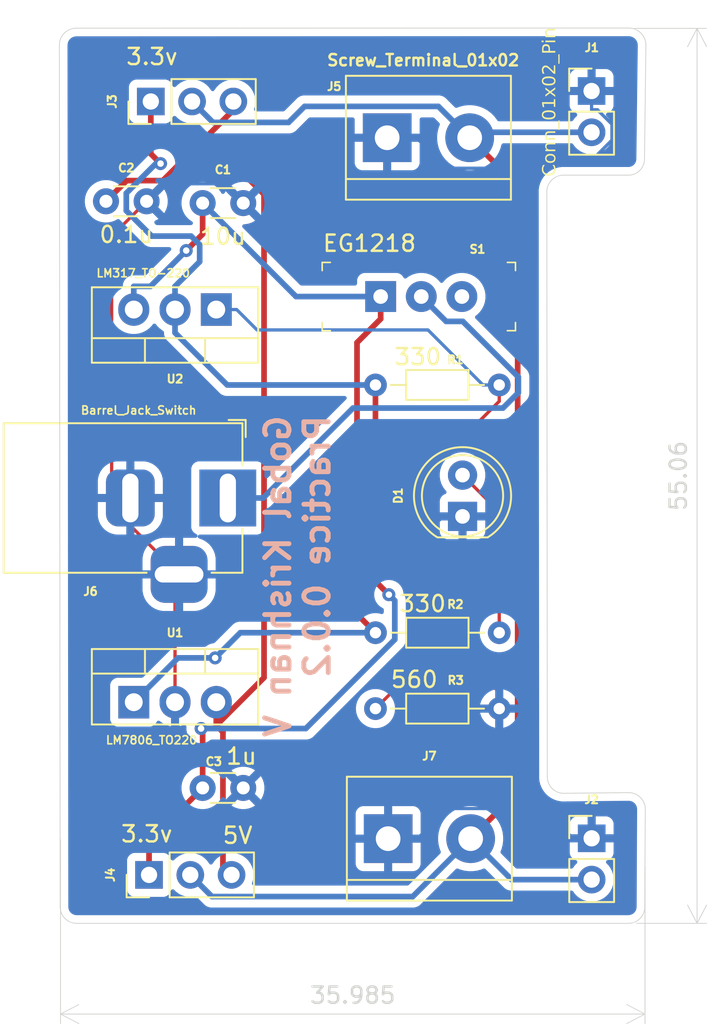
<source format=kicad_pcb>
(kicad_pcb (version 20241229) (generator "pcbnew") (generator_version "9.0")
  (title_block (title "POWER_SUPPLY_BB") (date "2025-04-24") (rev "0.0.2") (company "Gobal Krishnan V"))
  (layers (0 "F.Cu" signal) (2 "B.Cu" signal) (13 "F.Paste" user) (15 "B.Paste" user) (5 "F.SilkS" user "F.Silkscreen") (7 "B.SilkS" user "B.Silkscreen") (1 "F.Mask" user) (3 "B.Mask" user) (25 "Edge.Cuts" user))
  (net 0 "")
  (net 1 "/12V")
  (net 2 "GND")
  (net 3 "/5V")
  (net 4 "/3.3v")
  (net 5 "Net-(D1-A)")
  (net 6 "/PWR_output")
  (net 7 "/PWR_input")
  (net 8 "Net-(U2-ADJ)")
  (footprint "Package_TO_SOT_THT:TO-220-3_Vertical" (layer "F.Cu") (at 126.62 108.25 180)
    (property "Reference" "U2" (at 2.54 -4.27 0) (layer "F.SilkS") (effects (font (size 0.5 0.5))))
    (property "Value" "LM317_TO-220" (at 4.5 2.24 0) (layer "F.SilkS") (effects (font (size 0.5 0.5) (thickness 0.1) (bold yes))))
    (fp_line (start 7.66 -3.27) (end 7.66 1.371) (stroke (width 0.12)) (layer "F.SilkS"))
    (fp_line (start 4.391 -3.27) (end 4.391 -1.76) (stroke (width 0.12)) (layer "F.SilkS"))
    (fp_line (start 0.69 -3.27) (end 0.69 -1.76) (stroke (width 0.12)) (layer "F.SilkS"))
    (fp_line (start -2.58 1.371) (end 7.66 1.371) (stroke (width 0.12)) (layer "F.SilkS"))
    (fp_line (start -2.58 -1.76) (end 7.66 -1.76) (stroke (width 0.12)) (layer "F.SilkS"))
    (fp_line (start -2.58 -3.27) (end 7.66 -3.27) (stroke (width 0.12)) (layer "F.SilkS"))
    (fp_line (start -2.58 -3.27) (end -2.58 1.371) (stroke (width 0.12)) (layer "F.SilkS"))
    (pad "1" thru_hole rect (at 0 0 180) (size 1.905 2) (drill 1.1) (layers "*.Cu" "*.Mask") (net 8 "Net-(U2-ADJ)"))
    (pad "2" thru_hole oval (at 2.54 0 180) (size 1.905 2) (drill 1.1) (layers "*.Cu" "*.Mask") (net 4 "/3.3v"))
    (pad "3" thru_hole oval (at 5.08 0 180) (size 1.905 2) (drill 1.1) (layers "*.Cu" "*.Mask") (net 1 "/12V"))
  )
  (footprint "Connector_PinHeader_2.54mm:PinHeader_1x02_P2.54mm_Vertical" (layer "F.Cu") (at 149.725 94.805)
    (property "Reference" "J1" (at 0.015 -2.665 0) (layer "F.SilkS") (effects (font (size 0.5 0.5))))
    (property "Value" "Conn_01x02_Pin" (at -2.565 0.675 270) (layer "F.SilkS") (effects (font (size 0.8 0.8) (thickness 0.1))))
    (fp_line (start -1.38 -1.38) (end 0 -1.38) (stroke (width 0.12)) (layer "F.SilkS"))
    (fp_line (start -1.38 0) (end -1.38 -1.38) (stroke (width 0.12)) (layer "F.SilkS"))
    (fp_line (start -1.38 1.27) (end -1.38 3.92) (stroke (width 0.12)) (layer "F.SilkS"))
    (fp_line (start -1.38 1.27) (end 1.38 1.27) (stroke (width 0.12)) (layer "F.SilkS"))
    (fp_line (start -1.38 3.92) (end 1.38 3.92) (stroke (width 0.12)) (layer "F.SilkS"))
    (fp_line (start 1.38 1.27) (end 1.38 3.92) (stroke (width 0.12)) (layer "F.SilkS"))
    (pad "1" thru_hole rect (at 0 0) (size 1.7 1.7) (drill 1) (layers "*.Cu" "*.Mask") (net 2 "GND"))
    (pad "2" thru_hole circle (at 0 2.54) (size 1.7 1.7) (drill 1) (layers "*.Cu" "*.Mask") (net 6 "/PWR_output"))
  )
  (footprint "Resistor_THT:R_Axial_DIN0204_L3.6mm_D1.6mm_P7.62mm_Horizontal" (layer "F.Cu") (at 136.42 132.8)
    (property "Reference" "R3" (at 4.94 -1.74 0) (layer "F.SilkS") (effects (font (size 0.5 0.5))))
    (property "Value" "560" (at 2.39 -1.79 0) (layer "F.SilkS"))
    (fp_line (start 0.94 0) (end 1.89 0) (stroke (width 0.12)) (layer "F.SilkS"))
    (fp_line (start 1.89 -0.92) (end 1.89 0.92) (stroke (width 0.12)) (layer "F.SilkS"))
    (fp_line (start 1.89 0.92) (end 5.73 0.92) (stroke (width 0.12)) (layer "F.SilkS"))
    (fp_line (start 5.73 -0.92) (end 1.89 -0.92) (stroke (width 0.12)) (layer "F.SilkS"))
    (fp_line (start 5.73 0.92) (end 5.73 -0.92) (stroke (width 0.12)) (layer "F.SilkS"))
    (fp_line (start 6.68 0) (end 5.73 0) (stroke (width 0.12)) (layer "F.SilkS"))
    (pad "1" thru_hole circle (at 0 0) (size 1.4 1.4) (drill 0.7) (layers "*.Cu" "*.Mask") (net 8 "Net-(U2-ADJ)"))
    (pad "2" thru_hole oval (at 7.62 0) (size 1.4 1.4) (drill 0.7) (layers "*.Cu" "*.Mask") (net 2 "GND"))
  )
  (footprint "Connector_PinHeader_2.54mm:PinHeader_1x03_P2.54mm_Vertical" (layer "F.Cu") (at 122.48 143.03 90)
    (property "Reference" "J4" (at 0 -2.38 90) (layer "F.SilkS") (effects (font (size 0.5 0.5))))
    (property "Value" "Conn_01x03_Pin")
    (fp_line (start -1.38 -1.38) (end 0 -1.38) (stroke (width 0.12)) (layer "F.SilkS"))
    (fp_line (start -1.38 0) (end -1.38 -1.38) (stroke (width 0.12)) (layer "F.SilkS"))
    (fp_line (start 1.38 1.27) (end 1.38 6.46) (stroke (width 0.12)) (layer "F.SilkS"))
    (fp_line (start -1.38 1.27) (end 1.38 1.27) (stroke (width 0.12)) (layer "F.SilkS"))
    (fp_line (start -1.38 1.27) (end -1.38 6.46) (stroke (width 0.12)) (layer "F.SilkS"))
    (fp_line (start -1.38 6.46) (end 1.38 6.46) (stroke (width 0.12)) (layer "F.SilkS"))
    (pad "1" thru_hole rect (at 0 0 90) (size 1.7 1.7) (drill 1) (layers "*.Cu" "*.Mask") (net 4 "/3.3v"))
    (pad "2" thru_hole circle (at 0 2.54 90) (size 1.7 1.7) (drill 1) (layers "*.Cu" "*.Mask") (net 6 "/PWR_output"))
    (pad "3" thru_hole circle (at 0 5.08 90) (size 1.7 1.7) (drill 1) (layers "*.Cu" "*.Mask") (net 3 "/5V"))
  )
  (footprint "Resistor_THT:R_Axial_DIN0204_L3.6mm_D1.6mm_P7.62mm_Horizontal" (layer "F.Cu") (at 136.42 128.13)
    (property "Reference" "R2" (at 4.92 -1.74 0) (layer "F.SilkS") (effects (font (size 0.5 0.5))))
    (property "Value" "330" (at 2.9 -1.78 0) (layer "F.SilkS"))
    (fp_line (start 0.94 0) (end 1.89 0) (stroke (width 0.12)) (layer "F.SilkS"))
    (fp_line (start 1.89 -0.92) (end 1.89 0.92) (stroke (width 0.12)) (layer "F.SilkS"))
    (fp_line (start 1.89 0.92) (end 5.73 0.92) (stroke (width 0.12)) (layer "F.SilkS"))
    (fp_line (start 5.73 -0.92) (end 1.89 -0.92) (stroke (width 0.12)) (layer "F.SilkS"))
    (fp_line (start 5.73 0.92) (end 5.73 -0.92) (stroke (width 0.12)) (layer "F.SilkS"))
    (fp_line (start 6.68 0) (end 5.73 0) (stroke (width 0.12)) (layer "F.SilkS"))
    (pad "1" thru_hole circle (at 0 0) (size 1.4 1.4) (drill 0.7) (layers "*.Cu" "*.Mask") (net 1 "/12V"))
    (pad "2" thru_hole oval (at 7.62 0) (size 1.4 1.4) (drill 0.7) (layers "*.Cu" "*.Mask") (net 5 "Net-(D1-A)"))
  )
  (footprint "Capacitor_THT:C_Disc_D3.0mm_W1.6mm_P2.50mm" (layer "F.Cu") (at 125.78 137.68)
    (property "Reference" "C3" (at 0.69 -1.62 0) (layer "F.SilkS") (effects (font (size 0.5 0.5))))
    (property "Value" "1u" (at 2.39 -1.95 0) (layer "F.SilkS"))
    (fp_line (start 0.485 -0.92) (end 2.015 -0.92) (stroke (width 0.12)) (layer "F.SilkS"))
    (fp_line (start 0.485 0.92) (end 2.015 0.92) (stroke (width 0.12)) (layer "F.SilkS"))
    (pad "1" thru_hole circle (at 0 0) (size 1.6 1.6) (drill 0.8) (layers "*.Cu" "*.Mask") (net 4 "/3.3v"))
    (pad "2" thru_hole circle (at 2.5 0) (size 1.6 1.6) (drill 0.8) (layers "*.Cu" "*.Mask") (net 2 "GND"))
  )
  (footprint "TerminalBlock:TerminalBlock_bornier-2_P5.08mm" (layer "F.Cu") (at 137.2 140.8)
    (property "Reference" "J7" (at 2.54 -5.08 0) (layer "F.SilkS") (effects (font (size 0.5 0.5))))
    (property "Value" "Screw_Terminal_01x02")
    (fp_line (start -2.54 -3.81) (end -2.54 3.81) (stroke (width 0.12)) (layer "F.SilkS"))
    (fp_line (start -2.54 3.81) (end 7.62 3.81) (stroke (width 0.12)) (layer "F.SilkS"))
    (fp_line (start 7.62 -3.81) (end -2.54 -3.81) (stroke (width 0.12)) (layer "F.SilkS"))
    (fp_line (start 7.62 2.54) (end -2.54 2.54) (stroke (width 0.12)) (layer "F.SilkS"))
    (fp_line (start 7.62 3.81) (end 7.62 -3.81) (stroke (width 0.12)) (layer "F.SilkS"))
    (pad "1" thru_hole rect (at 0 0) (size 3 3) (drill 1.52) (layers "*.Cu" "*.Mask") (net 2 "GND"))
    (pad "2" thru_hole circle (at 5.08 0) (size 3 3) (drill 1.52) (layers "*.Cu" "*.Mask") (net 6 "/PWR_output"))
  )
  (footprint "TerminalBlock:TerminalBlock_bornier-2_P5.08mm" (layer "F.Cu") (at 137.14 97.68)
    (property "Reference" "J5" (at -3.26 -3.15 0) (layer "F.SilkS") (effects (font (size 0.5 0.5))))
    (property "Value" "Screw_Terminal_01x02" (at 2.22 -4.77 180) (layer "F.SilkS") (effects (font (size 0.7 0.7))))
    (fp_line (start -2.54 -3.81) (end -2.54 3.81) (stroke (width 0.12)) (layer "F.SilkS"))
    (fp_line (start -2.54 3.81) (end 7.62 3.81) (stroke (width 0.12)) (layer "F.SilkS"))
    (fp_line (start 7.62 -3.81) (end -2.54 -3.81) (stroke (width 0.12)) (layer "F.SilkS"))
    (fp_line (start 7.62 2.54) (end -2.54 2.54) (stroke (width 0.12)) (layer "F.SilkS"))
    (fp_line (start 7.62 3.81) (end 7.62 -3.81) (stroke (width 0.12)) (layer "F.SilkS"))
    (pad "1" thru_hole rect (at 0 0) (size 3 3) (drill 1.52) (layers "*.Cu" "*.Mask") (net 2 "GND"))
    (pad "2" thru_hole circle (at 5.08 0) (size 3 3) (drill 1.52) (layers "*.Cu" "*.Mask") (net 6 "/PWR_output"))
  )
  (footprint "Capacitor_THT:C_Disc_D3.0mm_W1.6mm_P2.50mm" (layer "F.Cu") (at 125.78 101.7)
    (property "Reference" "C1" (at 1.25 -2.05 0) (layer "F.SilkS") (effects (font (size 0.5 0.5))))
    (property "Value" "10u" (at 1.25 2.05 0) (layer "F.SilkS"))
    (fp_line (start 0.485 -0.92) (end 2.015 -0.92) (stroke (width 0.12)) (layer "F.SilkS"))
    (fp_line (start 0.485 0.92) (end 2.015 0.92) (stroke (width 0.12)) (layer "F.SilkS"))
    (pad "1" thru_hole circle (at 0 0) (size 1.6 1.6) (drill 0.8) (layers "*.Cu" "*.Mask") (net 1 "/12V"))
    (pad "2" thru_hole circle (at 2.5 0) (size 1.6 1.6) (drill 0.8) (layers "*.Cu" "*.Mask") (net 2 "GND"))
  )
  (footprint "Package_TO_SOT_THT:TO-220-3_Vertical" (layer "F.Cu") (at 121.54 132.405)
    (property "Reference" "U1" (at 2.54 -4.27 0) (layer "F.SilkS") (effects (font (size 0.5 0.5))))
    (property "Value" "LM7806_TO220" (at 1.09 2.335 0) (layer "F.SilkS") (effects (font (size 0.5 0.5) (thickness 0.1) (bold yes))))
    (fp_line (start -2.58 -3.27) (end -2.58 1.371) (stroke (width 0.12)) (layer "F.SilkS"))
    (fp_line (start -2.58 -3.27) (end 7.66 -3.27) (stroke (width 0.12)) (layer "F.SilkS"))
    (fp_line (start -2.58 -1.76) (end 7.66 -1.76) (stroke (width 0.12)) (layer "F.SilkS"))
    (fp_line (start -2.58 1.371) (end 7.66 1.371) (stroke (width 0.12)) (layer "F.SilkS"))
    (fp_line (start 0.69 -3.27) (end 0.69 -1.76) (stroke (width 0.12)) (layer "F.SilkS"))
    (fp_line (start 4.391 -3.27) (end 4.391 -1.76) (stroke (width 0.12)) (layer "F.SilkS"))
    (fp_line (start 7.66 -3.27) (end 7.66 1.371) (stroke (width 0.12)) (layer "F.SilkS"))
    (pad "1" thru_hole rect (at 0 0) (size 1.905 2) (drill 1.1) (layers "*.Cu" "*.Mask") (net 1 "/12V"))
    (pad "2" thru_hole oval (at 2.54 0) (size 1.905 2) (drill 1.1) (layers "*.Cu" "*.Mask") (net 2 "GND"))
    (pad "3" thru_hole oval (at 5.08 0) (size 1.905 2) (drill 1.1) (layers "*.Cu" "*.Mask") (net 3 "/5V"))
  )
  (footprint "Connector_PinHeader_2.54mm:PinHeader_1x03_P2.54mm_Vertical" (layer "F.Cu") (at 122.59 95.45 90)
    (property "Reference" "J3" (at 0 -2.38 90) (layer "F.SilkS") (effects (font (size 0.5 0.5))))
    (property "Value" "Conn_01x03_Pin")
    (fp_line (start -1.38 -1.38) (end 0 -1.38) (stroke (width 0.12)) (layer "F.SilkS"))
    (fp_line (start -1.38 0) (end -1.38 -1.38) (stroke (width 0.12)) (layer "F.SilkS"))
    (fp_line (start 1.38 1.27) (end 1.38 6.46) (stroke (width 0.12)) (layer "F.SilkS"))
    (fp_line (start -1.38 1.27) (end 1.38 1.27) (stroke (width 0.12)) (layer "F.SilkS"))
    (fp_line (start -1.38 1.27) (end -1.38 6.46) (stroke (width 0.12)) (layer "F.SilkS"))
    (fp_line (start -1.38 6.46) (end 1.38 6.46) (stroke (width 0.12)) (layer "F.SilkS"))
    (pad "1" thru_hole rect (at 0 0 90) (size 1.7 1.7) (drill 1) (layers "*.Cu" "*.Mask") (net 4 "/3.3v"))
    (pad "2" thru_hole circle (at 0 2.54 90) (size 1.7 1.7) (drill 1) (layers "*.Cu" "*.Mask") (net 6 "/PWR_output"))
    (pad "3" thru_hole circle (at 0 5.08 90) (size 1.7 1.7) (drill 1) (layers "*.Cu" "*.Mask") (net 3 "/5V"))
  )
  (footprint "LED_THT:LED_D5.0mm" (layer "F.Cu") (at 141.78 120.975 90)
    (property "Reference" "D1" (at 1.27 -3.96 90) (layer "F.SilkS") (effects (font (size 0.5 0.5))))
    (property "Value" "LED")
    (fp_line (start -1.29 -1.545) (end -1.29 1.545) (stroke (width 0.12)) (layer "F.SilkS"))
    (fp_arc (start -1.29 -1.54483) (mid 2.071756 -2.880501) (end 4.26 -0.000048) (stroke (width 0.12)) (layer "F.SilkS"))
    (fp_arc (start 4.26 0.000048) (mid 2.071756 2.880501) (end -1.29 1.54483) (stroke (width 0.12)) (layer "F.SilkS"))
    (fp_circle (center 1.27 0) (end 3.77 0) (stroke (width 0.12)) (fill no) (layer "F.SilkS"))
    (pad "1" thru_hole rect (at 0 0 90) (size 1.8 1.8) (drill 0.9) (layers "*.Cu" "*.Mask") (net 2 "GND"))
    (pad "2" thru_hole circle (at 2.54 0 90) (size 1.8 1.8) (drill 0.9) (layers "*.Cu" "*.Mask") (net 5 "Net-(D1-A)"))
  )
  (footprint "digikey-footprints:Switch_Slide_11.6x4mm_EG1218" (layer "F.Cu") (at 136.74 107.45)
    (property "Reference" "S1" (at 5.96 -2.91 0) (layer "F.SilkS") (effects (font (size 0.5 0.5))))
    (property "Value" "EG1218" (at -0.69 -3.27 0) (layer "F.SilkS"))
    (fp_line (start -3.6 -2.1) (end -3.6 -1.6) (stroke (width 0.1)) (layer "F.SilkS"))
    (fp_line (start -3.6 -2.1) (end -3.1 -2.1) (stroke (width 0.1)) (layer "F.SilkS"))
    (fp_line (start -3.6 2.1) (end -3.6 1.6) (stroke (width 0.1)) (layer "F.SilkS"))
    (fp_line (start -3.6 2.1) (end -3.1 2.1) (stroke (width 0.1)) (layer "F.SilkS"))
    (fp_line (start 8.3 -2.1) (end 7.8 -2.1) (stroke (width 0.1)) (layer "F.SilkS"))
    (fp_line (start 8.3 -2.1) (end 8.3 -1.6) (stroke (width 0.1)) (layer "F.SilkS"))
    (fp_line (start 8.3 2.1) (end 7.8 2.1) (stroke (width 0.1)) (layer "F.SilkS"))
    (fp_line (start 8.3 2.1) (end 8.3 1.6) (stroke (width 0.1)) (layer "F.SilkS"))
    (pad "1" thru_hole rect (at 0 0) (size 1.9 1.9) (drill 0.9) (layers "*.Cu" "*.Mask") (net 1 "/12V"))
    (pad "2" thru_hole circle (at 2.5 0) (size 1.9 1.9) (drill 0.9) (layers "*.Cu" "*.Mask") (net 7 "/PWR_input"))
    (pad "3" thru_hole circle (at 5 0) (size 1.9 1.9) (drill 0.9) (layers "*.Cu" "*.Mask"))
  )
  (footprint "Capacitor_THT:C_Disc_D3.0mm_W1.6mm_P2.50mm" (layer "F.Cu") (at 119.83 101.59)
    (property "Reference" "C2" (at 1.25 -2.05 0) (layer "F.SilkS") (effects (font (size 0.5 0.5))))
    (property "Value" "0.1u" (at 1.25 2.05 0) (layer "F.SilkS"))
    (fp_line (start 0.485 -0.92) (end 2.015 -0.92) (stroke (width 0.12)) (layer "F.SilkS"))
    (fp_line (start 0.485 0.92) (end 2.015 0.92) (stroke (width 0.12)) (layer "F.SilkS"))
    (pad "1" thru_hole circle (at 0 0) (size 1.6 1.6) (drill 0.8) (layers "*.Cu" "*.Mask") (net 3 "/5V"))
    (pad "2" thru_hole circle (at 2.5 0) (size 1.6 1.6) (drill 0.8) (layers "*.Cu" "*.Mask") (net 2 "GND"))
  )
  (footprint "Connector_BarrelJack:BarrelJack_Horizontal" (layer "F.Cu") (at 127.33 119.8425)
    (property "Reference" "J6" (at -8.45 5.75 0) (layer "F.SilkS") (effects (font (size 0.5 0.5))))
    (property "Value" "Barrel_Jack_Switch" (at -5.49 -5.3925 0) (layer "F.SilkS") (effects (font (size 0.5 0.5) (thickness 0.1) (bold yes))))
    (fp_line (start -13.8 -4.6) (end 0.9 -4.6) (stroke (width 0.12)) (layer "F.SilkS"))
    (fp_line (start -13.8 4.6) (end -13.8 -4.6) (stroke (width 0.12)) (layer "F.SilkS"))
    (fp_line (start -5 4.6) (end -13.8 4.6) (stroke (width 0.12)) (layer "F.SilkS"))
    (fp_line (start 0.05 -4.8) (end 1.1 -4.8) (stroke (width 0.12)) (layer "F.SilkS"))
    (fp_line (start 0.9 -4.6) (end 0.9 -2) (stroke (width 0.12)) (layer "F.SilkS"))
    (fp_line (start 0.9 1.9) (end 0.9 4.6) (stroke (width 0.12)) (layer "F.SilkS"))
    (fp_line (start 0.9 4.6) (end -1 4.6) (stroke (width 0.12)) (layer "F.SilkS"))
    (fp_line (start 1.1 -3.75) (end 1.1 -4.8) (stroke (width 0.12)) (layer "F.SilkS"))
    (pad "1" thru_hole rect (at 0 0) (size 3.5 3.5) (drill oval 1 3) (layers "*.Cu" "*.Mask") (net 7 "/PWR_input"))
    (pad "2" thru_hole roundrect (at -6 0) (size 3 3.5) (drill oval 1 3) (layers "*.Cu" "*.Mask") (net 2 "GND"))
    (pad "3" thru_hole roundrect (at -3 4.7) (size 3.5 3.5) (drill oval 3 1) (layers "*.Cu" "*.Mask") (net 2 "GND"))
  )
  (footprint "Connector_PinHeader_2.54mm:PinHeader_1x02_P2.54mm_Vertical" (layer "F.Cu") (at 149.73 140.78)
    (property "Reference" "J2" (at 0 -2.38 0) (layer "F.SilkS") (effects (font (size 0.5 0.5))))
    (property "Value" "Conn_01x02_Pin")
    (fp_line (start -1.38 -1.38) (end 0 -1.38) (stroke (width 0.12)) (layer "F.SilkS"))
    (fp_line (start -1.38 0) (end -1.38 -1.38) (stroke (width 0.12)) (layer "F.SilkS"))
    (fp_line (start -1.38 1.27) (end -1.38 3.92) (stroke (width 0.12)) (layer "F.SilkS"))
    (fp_line (start -1.38 1.27) (end 1.38 1.27) (stroke (width 0.12)) (layer "F.SilkS"))
    (fp_line (start -1.38 3.92) (end 1.38 3.92) (stroke (width 0.12)) (layer "F.SilkS"))
    (fp_line (start 1.38 1.27) (end 1.38 3.92) (stroke (width 0.12)) (layer "F.SilkS"))
    (pad "1" thru_hole rect (at 0 0) (size 1.7 1.7) (drill 1) (layers "*.Cu" "*.Mask") (net 2 "GND"))
    (pad "2" thru_hole circle (at 0 2.54) (size 1.7 1.7) (drill 1) (layers "*.Cu" "*.Mask") (net 6 "/PWR_output"))
  )
  (footprint "Resistor_THT:R_Axial_DIN0204_L3.6mm_D1.6mm_P7.62mm_Horizontal" (layer "F.Cu") (at 136.42 112.89)
    (property "Reference" "R1" (at 4.92 -1.55 0) (layer "F.SilkS") (effects (font (size 0.5 0.5))))
    (property "Value" "330" (at 2.61 -1.73 0) (layer "F.SilkS"))
    (fp_line (start 0.94 0) (end 1.89 0) (stroke (width 0.12)) (layer "F.SilkS"))
    (fp_line (start 1.89 -0.92) (end 1.89 0.92) (stroke (width 0.12)) (layer "F.SilkS"))
    (fp_line (start 1.89 0.92) (end 5.73 0.92) (stroke (width 0.12)) (layer "F.SilkS"))
    (fp_line (start 5.73 -0.92) (end 1.89 -0.92) (stroke (width 0.12)) (layer "F.SilkS"))
    (fp_line (start 5.73 0.92) (end 5.73 -0.92) (stroke (width 0.12)) (layer "F.SilkS"))
    (fp_line (start 6.68 0) (end 5.73 0) (stroke (width 0.12)) (layer "F.SilkS"))
    (pad "1" thru_hole circle (at 0 0) (size 1.4 1.4) (drill 0.7) (layers "*.Cu" "*.Mask") (net 4 "/3.3v"))
    (pad "2" thru_hole oval (at 7.62 0) (size 1.4 1.4) (drill 0.7) (layers "*.Cu" "*.Mask") (net 8 "Net-(U2-ADJ)"))
  )
  (gr_arc (start 152.01 90.93) (mid 152.759533 91.240467) (end 153.07 91.99) (stroke (width 0.05)) (layer "Edge.Cuts"))
  (gr_arc (start 148.00005 138.010396) (mid 147.281522 137.700228) (end 147 136.97) (stroke (width 0.05)) (layer "Edge.Cuts"))
  (gr_line (start 152.01 90.93) (end 118 90.939712) (stroke (width 0.05)) (layer "Edge.Cuts"))
  (gr_line (start 118.000001 146.01) (end 151.99 146.01) (stroke (width 0.05)) (layer "Edge.Cuts"))
  (gr_arc (start 153 145) (mid 152.704178 145.714178) (end 151.99 146.01) (stroke (width 0.05)) (layer "Edge.Cuts"))
  (gr_line (start 116.96 91.98) (end 117.009802 145) (stroke (width 0.05)) (layer "Edge.Cuts"))
  (gr_line (start 153.07 91.99) (end 152.981753 99.027771) (stroke (width 0.05)) (layer "Edge.Cuts"))
  (gr_arc (start 152.981753 99.027781) (mid 152.703099 99.680283) (end 152.06 99.98) (stroke (width 0.05)) (layer "Edge.Cuts"))
  (gr_line (start 153 145) (end 153.03 139.05) (stroke (width 0.05)) (layer "Edge.Cuts"))
  (gr_line (start 148.000094 138.010396) (end 152.01 137.968238) (stroke (width 0.05)) (layer "Edge.Cuts"))
  (gr_line (start 147 136.97) (end 146.969951 101.01) (stroke (width 0.05)) (layer "Edge.Cuts"))
  (gr_line (start 148.010047 99.98) (end 152.06 99.98) (stroke (width 0.05)) (layer "Edge.Cuts"))
  (gr_arc (start 116.96 91.98) (mid 117.264609 91.244609) (end 118 90.94) (stroke (width 0.05)) (layer "Edge.Cuts"))
  (gr_arc (start 118 146.01) (mid 117.298646 145.707211) (end 117.009802 145) (stroke (width 0.05)) (layer "Edge.Cuts"))
  (gr_arc (start 152.01 137.968238) (mid 152.753405 138.289039) (end 153.029999 139.05) (stroke (width 0.05)) (layer "Edge.Cuts"))
  (gr_arc (start 146.969951 101.01) (mid 147.275206 100.278102) (end 148.010047 99.98) (stroke (width 0.05)) (layer "Edge.Cuts"))
  (gr_text "3.3v" (at 120.67 141.1 0) (layer "F.SilkS") (effects (font (size 1 1)) (justify left bottom)))
  (gr_text "3.3v" (at 120.99 93.28 0) (layer "F.SilkS") (effects (font (size 1 1)) (justify left bottom)))
  (gr_text "5V" (at 126.93 141.19 0) (layer "F.SilkS") (effects (font (size 1 1)) (justify left bottom)))
  (gr_text "Gobal Krishnan V\nPractice 0.0.2" (at 133.71 114.6 90) (layer "B.SilkS") (effects (font (size 1.5 1.5) (thickness 0.3) (bold yes)) (justify left bottom mirror)))
  (dimension (type orthogonal) (layer "Edge.Cuts") (pts (xy 117.03 140.36) (xy 153.015 142.025)) (height 11.23) (orientation 0) (format (prefix "") (suffix "") (units 3) (units_format 0) (precision 4) (suppress_zeroes yes)) (style (thickness 0.05) (arrow_length 1.27) (text_position_mode 0) (arrow_direction outward) (extension_height 0.58642) (extension_offset 0.5) (keep_text_aligned yes)) (gr_text "35.985" (at 135.0225 150.44 0) (layer "Edge.Cuts") (effects (font (size 1 1) (thickness 0.15)))))
  (dimension (type orthogonal) (layer "Edge.Cuts") (pts (xy 151.99 146.01) (xy 151.82 90.95)) (height 4.23) (orientation 1) (format (prefix "") (suffix "") (units 3) (units_format 0) (precision 4) (suppress_zeroes yes)) (style (thickness 0.05) (arrow_length 1.27) (text_position_mode 0) (arrow_direction outward) (extension_height 0.58642) (extension_offset 0.5) (keep_text_aligned yes)) (gr_text "55.06" (at 155.07 118.48 90) (layer "Edge.Cuts") (effects (font (size 1 1) (thickness 0.15)))))
  (segment (start 135.2839 126.9939) (end 136.42 128.13) (width 0.35) (layer "F.Cu") (net 1))
  (segment (start 125.78 103.61) (end 125.78 101.7) (width 0.35) (layer "F.Cu") (net 1))
  (segment (start 136.74 108.8267) (end 135.2839 110.2828) (width 0.35) (layer "F.Cu") (net 1))
  (segment (start 136.74 107.45) (end 136.74 108.8267) (width 0.35) (layer "F.Cu") (net 1))
  (segment (start 124.77 104.62) (end 125.78 103.61) (width 0.35) (layer "F.Cu") (net 1))
  (segment (start 135.2839 110.2828) (end 135.2839 126.9939) (width 0.35) (layer "F.Cu") (net 1))
  (via (at 124.77 104.62) (size 0.8) (drill 0.4) (layers "F.Cu" "B.Cu") (net 1))
  (via (at 121.54 132.405) (size 0.8) (drill 0.4) (layers "F.Cu" "B.Cu") (net 1))
  (via (at 126.55 129.68) (size 0.8) (drill 0.4) (layers "F.Cu" "B.Cu") (net 1))
  (segment (start 125.78 101.7) (end 131.53 107.45) (width 0.35) (layer "B.Cu") (net 1))
  (segment (start 124.265 129.68) (end 126.55 129.68) (width 0.35) (layer "B.Cu") (net 1))
  (segment (start 121.54 108.25) (end 121.54 106.8233) (width 0.35) (layer "B.Cu") (net 1))
  (segment (start 136.42 128.13) (end 128.1 128.13) (width 0.35) (layer "B.Cu") (net 1))
  (segment (start 131.53 107.45) (end 136.74 107.45) (width 0.35) (layer "B.Cu") (net 1))
  (segment (start 122.5667 106.8233) (end 124.77 104.62) (width 0.35) (layer "B.Cu") (net 1))
  (segment (start 128.1 128.13) (end 126.55 129.68) (width 0.35) (layer "B.Cu") (net 1))
  (segment (start 121.54 132.405) (end 124.265 129.68) (width 0.35) (layer "B.Cu") (net 1))
  (segment (start 121.54 106.8233) (end 122.5667 106.8233) (width 0.35) (layer "B.Cu") (net 1))
  (segment (start 122.33 101.59) (end 120.1793 103.7407) (width 0.2) (layer "F.Cu") (net 2))
  (segment (start 124.08 124.7925) (end 124.33 124.5425) (width 0.2) (layer "F.Cu") (net 2))
  (segment (start 141.78 129.5383) (end 144.04 131.7983) (width 0.2) (layer "F.Cu") (net 2))
  (segment (start 120.1793 103.7407) (end 120.1793 118.6918) (width 0.2) (layer "F.Cu") (net 2))
  (segment (start 121.33 121.5425) (end 121.33 119.8425) (width 0.2) (layer "F.Cu") (net 2))
  (segment (start 124.08 124.9707) (end 124.08 124.7925) (width 0.2) (layer "F.Cu") (net 2))
  (segment (start 124.08 125.012) (end 124.08 124.9707) (width 0.2) (layer "F.Cu") (net 2))
  (segment (start 144.04 132.8) (end 144.04 131.7983) (width 0.2) (layer "F.Cu") (net 2))
  (segment (start 124.08 126.628) (end 124.08 125.012) (width 0.2) (layer "F.Cu") (net 2))
  (segment (start 124.33 124.5425) (end 121.33 121.5425) (width 0.2) (layer "F.Cu") (net 2))
  (segment (start 120.1793 118.6918) (end 121.33 119.8425) (width 0.2) (layer "F.Cu") (net 2))
  (segment (start 124.08 132.405) (end 124.08 128.0237) (width 0.2) (layer "F.Cu") (net 2))
  (segment (start 124.08 127.9824) (end 124.08 126.628) (width 0.2) (layer "F.Cu") (net 2))
  (segment (start 141.78 120.975) (end 141.78 129.5383) (width 0.2) (layer "F.Cu") (net 2))
  (segment (start 124.08 128.0237) (end 124.08 127.9824) (width 0.2) (layer "F.Cu") (net 2))
  (segment (start 140.5783 120.975) (end 137.0108 124.5425) (width 0.2) (layer "B.Cu") (net 2))
  (segment (start 150.9781 97.8256) (end 149.7837 99.02) (width 0.2) (layer "B.Cu") (net 2))
  (segment (start 140.8534 138.9483) (end 139.0017 140.8) (width 0.2) (layer "B.Cu") (net 2))
  (segment (start 138.9417 97.68) (end 137.14 97.68) (width 0.2) (layer "B.Cu") (net 2))
  (segment (start 148.5783 140.78) (end 146.7466 138.9483) (width 0.2) (layer "B.Cu") (net 2))
  (segment (start 137.2 140.8) (end 139.0017 140.8) (width 0.2) (layer "B.Cu") (net 2))
  (segment (start 127.0908 100.5108) (end 123.4092 100.5108) (width 0.2) (layer "B.Cu") (net 2))
  (segment (start 124.08 132.405) (end 124.08 133.7067) (width 0.2) (layer "B.Cu") (net 2))
  (segment (start 124.08 133.7067) (end 128.0533 137.68) (width 0.2) (layer "B.Cu") (net 2))
  (segment (start 137.14 97.68) (end 132.3 97.68) (width 0.2) (layer "B.Cu") (net 2))
  (segment (start 137.2 140.8) (end 131.4 140.8) (width 0.2) (layer "B.Cu") (net 2))
  (segment (start 149.73 140.78) (end 148.5783 140.78) (width 0.2) (layer "B.Cu") (net 2))
  (segment (start 141.78 120.975) (end 140.5783 120.975) (width 0.2) (layer "B.Cu") (net 2))
  (segment (start 128.28 101.7) (end 127.0908 100.5108) (width 0.2) (layer "B.Cu") (net 2))
  (segment (start 150.0849 95.9567) (end 150.9781 96.8499) (width 0.2) (layer "B.Cu") (net 2))
  (segment (start 150.9781 96.8499) (end 150.9781 97.8256) (width 0.2) (layer "B.Cu") (net 2))
  (segment (start 131.4 140.8) (end 128.28 137.68) (width 0.2) (layer "B.Cu") (net 2))
  (segment (start 149.725 94.805) (end 149.725 95.9567) (width 0.2) (layer "B.Cu") (net 2))
  (segment (start 149.7837 99.02) (end 146.83 99.02) (width 0.2) (layer "B.Cu") (net 2))
  (segment (start 146.83 99.02) (end 146.2943 99.5557) (width 0.2) (layer "B.Cu") (net 2))
  (segment (start 132.3 97.68) (end 128.28 101.7) (width 0.2) (layer "B.Cu") (net 2))
  (segment (start 146.2943 99.5557) (end 140.8174 99.5557) (width 0.2) (layer "B.Cu") (net 2))
  (segment (start 140.8174 99.5557) (end 138.9417 97.68) (width 0.2) (layer "B.Cu") (net 2))
  (segment (start 146.7466 138.9483) (end 140.8534 138.9483) (width 0.2) (layer "B.Cu") (net 2))
  (segment (start 123.4092 100.5108) (end 122.33 101.59) (width 0.2) (layer "B.Cu") (net 2))
  (segment (start 149.725 95.9567) (end 150.0849 95.9567) (width 0.2) (layer "B.Cu") (net 2))
  (segment (start 128.0533 137.68) (end 128.28 137.68) (width 0.2) (layer "B.Cu") (net 2))
  (segment (start 137.0108 124.5425) (end 124.33 124.5425) (width 0.2) (layer "B.Cu") (net 2))
  (segment (start 127.03 134.2417) (end 127.03 142.5) (width 0.35) (layer "F.Cu") (net 3))
  (segment (start 126.62 133.8317) (end 127.03 134.2417) (width 0.35) (layer "F.Cu") (net 3))
  (segment (start 127.67 95.9748) (end 127.67 95.45) (width 0.35) (layer "F.Cu") (net 3))
  (segment (start 119.83 101.59) (end 121.1033 100.3167) (width 0.35) (layer "F.Cu") (net 3))
  (segment (start 126.62 132.405) (end 126.62 133.8317) (width 0.35) (layer "F.Cu") (net 3))
  (segment (start 126.0204 97.6244) (end 127.67 95.9748) (width 0.35) (layer "F.Cu") (net 3))
  (segment (start 123.3281 100.3167) (end 126.0204 97.6244) (width 0.35) (layer "F.Cu") (net 3))
  (segment (start 121.1033 100.3167) (end 123.3281 100.3167) (width 0.35) (layer "F.Cu") (net 3))
  (segment (start 129.5609 101.1649) (end 129.5609 130.8908) (width 0.35) (layer "F.Cu") (net 3))
  (segment (start 127.03 142.5) (end 127.56 143.03) (width 0.35) (layer "F.Cu") (net 3))
  (segment (start 129.5609 130.8908) (end 126.62 133.8317) (width 0.35) (layer "F.Cu") (net 3))
  (segment (start 126.0204 97.6244) (end 129.5609 101.1649) (width 0.35) (layer "F.Cu") (net 3))
  (segment (start 125.78 137.68) (end 125.78 134.12) (width 0.35) (layer "F.Cu") (net 4))
  (segment (start 122.59 98.67) (end 122.59 95.45) (width 0.35) (layer "F.Cu") (net 4))
  (segment (start 123.19 99.27) (end 122.59 98.67) (width 0.35) (layer "F.Cu") (net 4))
  (segment (start 125.78 134.12) (end 125.685 134.025) (width 0.35) (layer "F.Cu") (net 4))
  (segment (start 137.245 125.79) (end 136.42 124.965) (width 0.35) (layer "F.Cu") (net 4))
  (segment (start 122.48 143.03) (end 122.48 140.98) (width 0.35) (layer "F.Cu") (net 4))
  (segment (start 136.42 124.965) (end 136.42 112.89) (width 0.35) (layer "F.Cu") (net 4))
  (segment (start 122.48 140.98) (end 125.78 137.68) (width 0.35) (layer "F.Cu") (net 4))
  (via (at 124.08 108.25) (size 0.8) (drill 0.4) (layers "F.Cu" "B.Cu") (net 4))
  (via (at 137.245 125.79) (size 0.8) (drill 0.4) (layers "F.Cu" "B.Cu") (net 4))
  (via (at 123.19 99.27) (size 0.8) (drill 0.4) (layers "F.Cu" "B.Cu") (net 4))
  (via (at 125.685 134.025) (size 0.8) (drill 0.4) (layers "F.Cu" "B.Cu") (net 4))
  (segment (start 125.5976 105.3057) (end 124.08 106.8233) (width 0.35) (layer "B.Cu") (net 4))
  (segment (start 121.08 102.1689) (end 122.6423 103.7312) (width 0.35) (layer "B.Cu") (net 4))
  (segment (start 124.08 108.25) (end 124.08 109.6767) (width 0.35) (layer "B.Cu") (net 4))
  (segment (start 125.5976 104.2567) (end 125.5976 105.3057) (width 0.35) (layer "B.Cu") (net 4))
  (segment (start 137.6096 128.5484) (end 132.133 134.025) (width 0.35) (layer "B.Cu") (net 4))
  (segment (start 127.2933 112.89) (end 124.08 109.6767) (width 0.35) (layer "B.Cu") (net 4))
  (segment (start 122.6423 103.7312) (end 125.0721 103.7312) (width 0.35) (layer "B.Cu") (net 4))
  (segment (start 122.9016 99.27) (end 121.08 101.0916) (width 0.35) (layer "B.Cu") (net 4))
  (segment (start 121.08 101.0916) (end 121.08 102.1689) (width 0.35) (layer "B.Cu") (net 4))
  (segment (start 132.133 134.025) (end 125.685 134.025) (width 0.35) (layer "B.Cu") (net 4))
  (segment (start 137.6096 126.1546) (end 137.6096 128.5484) (width 0.35) (layer "B.Cu") (net 4))
  (segment (start 137.245 125.79) (end 137.6096 126.1546) (width 0.35) (layer "B.Cu") (net 4))
  (segment (start 124.08 108.25) (end 124.08 106.8233) (width 0.35) (layer "B.Cu") (net 4))
  (segment (start 123.19 99.27) (end 122.9016 99.27) (width 0.35) (layer "B.Cu") (net 4))
  (segment (start 136.42 112.89) (end 127.2933 112.89) (width 0.35) (layer "B.Cu") (net 4))
  (segment (start 125.0721 103.7312) (end 125.5976 104.2567) (width 0.35) (layer "B.Cu") (net 4))
  (segment (start 144.04 120.695) (end 144.04 128.13) (width 0.2) (layer "F.Cu") (net 5))
  (segment (start 141.78 118.435) (end 144.04 120.695) (width 0.2) (layer "F.Cu") (net 5))
  (segment (start 145.1758 100.6358) (end 142.22 97.68) (width 0.35) (layer "F.Cu") (net 6))
  (segment (start 142.28 140.8) (end 145.1758 137.9042) (width 0.35) (layer "F.Cu") (net 6))
  (segment (start 145.1758 137.9042) (end 145.1758 100.6358) (width 0.35) (layer "F.Cu") (net 6))
  (segment (start 126.3517 144.3617) (end 125.02 143.03) (width 0.35) (layer "B.Cu") (net 6))
  (segment (start 142.555 97.345) (end 142.22 97.68) (width 0.35) (layer "B.Cu") (net 6))
  (segment (start 149.725 97.345) (end 142.555 97.345) (width 0.35) (layer "B.Cu") (net 6))
  (segment (start 126.417 96.737) (end 131.0726 96.737) (width 0.35) (layer "B.Cu") (net 6))
  (segment (start 144.8 143.32) (end 142.28 140.8) (width 0.35) (layer "B.Cu") (net 6))
  (segment (start 142.28 140.8) (end 138.7183 144.3617) (width 0.35) (layer "B.Cu") (net 6))
  (segment (start 138.7183 144.3617) (end 126.3517 144.3617) (width 0.35) (layer "B.Cu") (net 6))
  (segment (start 125.13 95.45) (end 126.417 96.737) (width 0.35) (layer "B.Cu") (net 6))
  (segment (start 132.0563 95.7533) (end 140.2933 95.7533) (width 0.35) (layer "B.Cu") (net 6))
  (segment (start 131.0726 96.737) (end 132.0563 95.7533) (width 0.35) (layer "B.Cu") (net 6))
  (segment (start 140.2933 95.7533) (end 142.22 97.68) (width 0.35) (layer "B.Cu") (net 6))
  (segment (start 149.73 143.32) (end 144.8 143.32) (width 0.35) (layer "B.Cu") (net 6))
  (segment (start 145.2188 112.4015) (end 141.7963 108.979) (width 0.35) (layer "B.Cu") (net 7))
  (segment (start 129.5067 119.8425) (end 135.039 114.3102) (width 0.35) (layer "B.Cu") (net 7))
  (segment (start 141.7963 108.979) (end 140.769 108.979) (width 0.35) (layer "B.Cu") (net 7))
  (segment (start 144.2699 114.3102) (end 145.2188 113.3613) (width 0.35) (layer "B.Cu") (net 7))
  (segment (start 127.33 119.8425) (end 129.5067 119.8425) (width 0.35) (layer "B.Cu") (net 7))
  (segment (start 145.2188 113.3613) (end 145.2188 112.4015) (width 0.35) (layer "B.Cu") (net 7))
  (segment (start 135.039 114.3102) (end 144.2699 114.3102) (width 0.35) (layer "B.Cu") (net 7))
  (segment (start 140.769 108.979) (end 139.24 107.45) (width 0.35) (layer "B.Cu") (net 7))
  (segment (start 139.6952 118.2365) (end 144.04 113.8917) (width 0.2) (layer "F.Cu") (net 8))
  (segment (start 136.42 132.8) (end 139.6952 129.5248) (width 0.2) (layer "F.Cu") (net 8))
  (segment (start 144.04 112.89) (end 144.04 113.8917) (width 0.2) (layer "F.Cu") (net 8))
  (segment (start 139.6952 129.5248) (end 139.6952 118.2365) (width 0.2) (layer "F.Cu") (net 8))
  (segment (start 129.1284 109.5042) (end 127.8742 108.25) (width 0.2) (layer "B.Cu") (net 8))
  (segment (start 144.04 112.89) (end 143.0383 112.89) (width 0.2) (layer "B.Cu") (net 8))
  (segment (start 143.0383 112.89) (end 139.6525 109.5042) (width 0.2) (layer "B.Cu") (net 8))
  (segment (start 126.62 108.25) (end 127.8742 108.25) (width 0.2) (layer "B.Cu") (net 8))
  (segment (start 139.6525 109.5042) (end 129.1284 109.5042) (width 0.2) (layer "B.Cu") (net 8))
  (zone (net 2) (net_name "GND") (layer "B.Cu") (connect_pads (clearance 0.5)) (min_thickness 0.25) (fill yes (thermal_gap 0.5) (thermal_bridge_width 0.5))
    (polygon (pts (xy 151 91.2) (xy 117.73 91.2) (xy 117.19 91.99) (xy 117.28 145.15) (xy 118 145.8) (xy 152.38 145.8) (xy 152.94 145.1) (xy 152.96 138.74) (xy 152.3 138.05) (xy 147.69 138.1) (xy 147 137.5) (xy 146.8 100.99) (xy 147 100.49) (xy 147.5 100) (xy 152.06 99.94) (xy 152.5 99.8) (xy 152.85 99.4) (xy 152.9 99.3) (xy 152.94 99.1) (xy 152.99 91.8) (xy 152.7 91.3) (xy 152.47 91.19)))
  )
)
</source>
